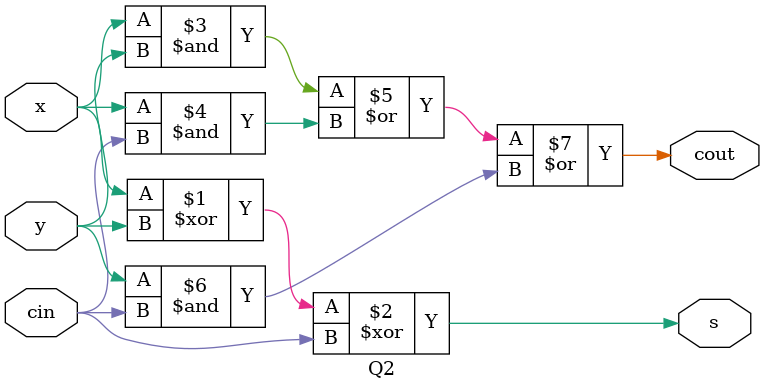
<source format=v>
module Q2(cin, x, y, s, cout);
input cin, x, y; 
output s, cout;
assign s = x^y^cin;
assign cout = (x&y)|(x&cin)|(y&cin);
endmodule

</source>
